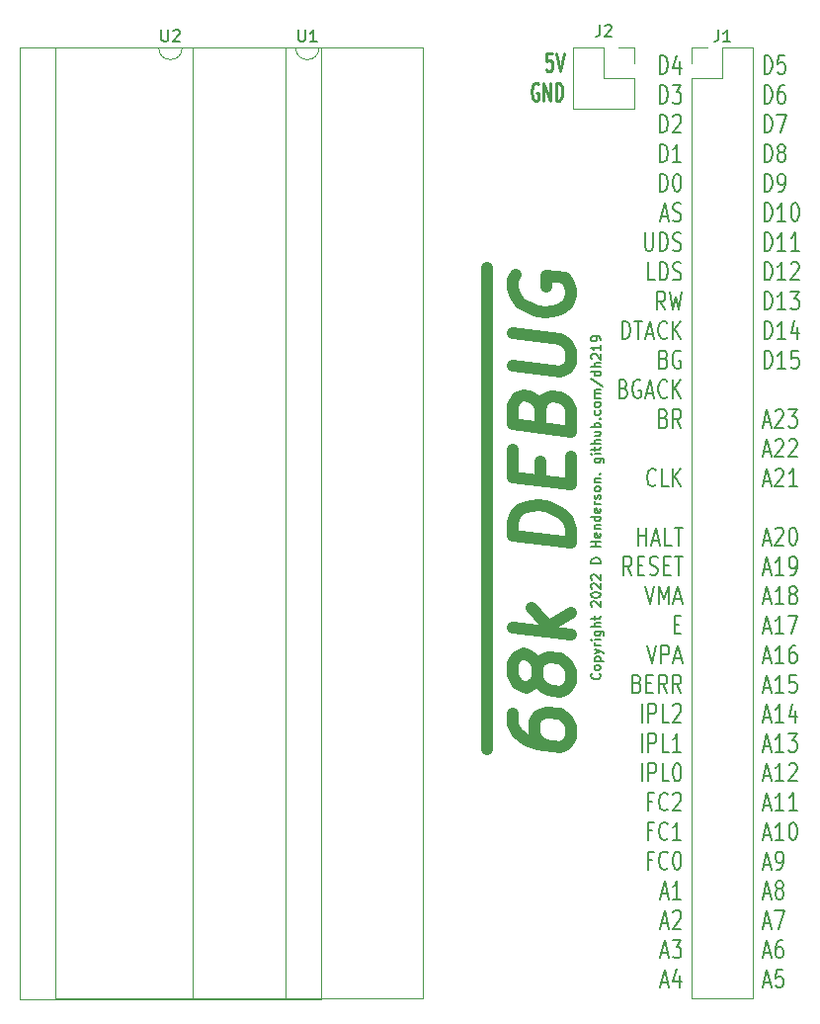
<source format=gbr>
%TF.GenerationSoftware,KiCad,Pcbnew,(5.1.10-1-10_14)*%
%TF.CreationDate,2022-07-08T21:32:07+01:00*%
%TF.ProjectId,68k_debug,36386b5f-6465-4627-9567-2e6b69636164,rev?*%
%TF.SameCoordinates,Original*%
%TF.FileFunction,Legend,Top*%
%TF.FilePolarity,Positive*%
%FSLAX46Y46*%
G04 Gerber Fmt 4.6, Leading zero omitted, Abs format (unit mm)*
G04 Created by KiCad (PCBNEW (5.1.10-1-10_14)) date 2022-07-08 21:32:07*
%MOMM*%
%LPD*%
G01*
G04 APERTURE LIST*
%ADD10C,0.150000*%
%ADD11C,1.000000*%
%ADD12C,0.200000*%
%ADD13C,0.250000*%
%ADD14C,0.120000*%
G04 APERTURE END LIST*
D10*
X127920714Y-111364523D02*
X127958809Y-111402619D01*
X127996904Y-111516904D01*
X127996904Y-111593095D01*
X127958809Y-111707380D01*
X127882619Y-111783571D01*
X127806428Y-111821666D01*
X127654047Y-111859761D01*
X127539761Y-111859761D01*
X127387380Y-111821666D01*
X127311190Y-111783571D01*
X127235000Y-111707380D01*
X127196904Y-111593095D01*
X127196904Y-111516904D01*
X127235000Y-111402619D01*
X127273095Y-111364523D01*
X127996904Y-110907380D02*
X127958809Y-110983571D01*
X127920714Y-111021666D01*
X127844523Y-111059761D01*
X127615952Y-111059761D01*
X127539761Y-111021666D01*
X127501666Y-110983571D01*
X127463571Y-110907380D01*
X127463571Y-110793095D01*
X127501666Y-110716904D01*
X127539761Y-110678809D01*
X127615952Y-110640714D01*
X127844523Y-110640714D01*
X127920714Y-110678809D01*
X127958809Y-110716904D01*
X127996904Y-110793095D01*
X127996904Y-110907380D01*
X127463571Y-110297857D02*
X128263571Y-110297857D01*
X127501666Y-110297857D02*
X127463571Y-110221666D01*
X127463571Y-110069285D01*
X127501666Y-109993095D01*
X127539761Y-109955000D01*
X127615952Y-109916904D01*
X127844523Y-109916904D01*
X127920714Y-109955000D01*
X127958809Y-109993095D01*
X127996904Y-110069285D01*
X127996904Y-110221666D01*
X127958809Y-110297857D01*
X127463571Y-109650238D02*
X127996904Y-109459761D01*
X127463571Y-109269285D02*
X127996904Y-109459761D01*
X128187380Y-109535952D01*
X128225476Y-109574047D01*
X128263571Y-109650238D01*
X127996904Y-108964523D02*
X127463571Y-108964523D01*
X127615952Y-108964523D02*
X127539761Y-108926428D01*
X127501666Y-108888333D01*
X127463571Y-108812142D01*
X127463571Y-108735952D01*
X127996904Y-108469285D02*
X127463571Y-108469285D01*
X127196904Y-108469285D02*
X127235000Y-108507380D01*
X127273095Y-108469285D01*
X127235000Y-108431190D01*
X127196904Y-108469285D01*
X127273095Y-108469285D01*
X127463571Y-107745476D02*
X128111190Y-107745476D01*
X128187380Y-107783571D01*
X128225476Y-107821666D01*
X128263571Y-107897857D01*
X128263571Y-108012142D01*
X128225476Y-108088333D01*
X127958809Y-107745476D02*
X127996904Y-107821666D01*
X127996904Y-107974047D01*
X127958809Y-108050238D01*
X127920714Y-108088333D01*
X127844523Y-108126428D01*
X127615952Y-108126428D01*
X127539761Y-108088333D01*
X127501666Y-108050238D01*
X127463571Y-107974047D01*
X127463571Y-107821666D01*
X127501666Y-107745476D01*
X127996904Y-107364523D02*
X127196904Y-107364523D01*
X127996904Y-107021666D02*
X127577857Y-107021666D01*
X127501666Y-107059761D01*
X127463571Y-107135952D01*
X127463571Y-107250238D01*
X127501666Y-107326428D01*
X127539761Y-107364523D01*
X127463571Y-106755000D02*
X127463571Y-106450238D01*
X127196904Y-106640714D02*
X127882619Y-106640714D01*
X127958809Y-106602619D01*
X127996904Y-106526428D01*
X127996904Y-106450238D01*
X127273095Y-105612142D02*
X127235000Y-105574047D01*
X127196904Y-105497857D01*
X127196904Y-105307380D01*
X127235000Y-105231190D01*
X127273095Y-105193095D01*
X127349285Y-105155000D01*
X127425476Y-105155000D01*
X127539761Y-105193095D01*
X127996904Y-105650238D01*
X127996904Y-105155000D01*
X127196904Y-104659761D02*
X127196904Y-104583571D01*
X127235000Y-104507380D01*
X127273095Y-104469285D01*
X127349285Y-104431190D01*
X127501666Y-104393095D01*
X127692142Y-104393095D01*
X127844523Y-104431190D01*
X127920714Y-104469285D01*
X127958809Y-104507380D01*
X127996904Y-104583571D01*
X127996904Y-104659761D01*
X127958809Y-104735952D01*
X127920714Y-104774047D01*
X127844523Y-104812142D01*
X127692142Y-104850238D01*
X127501666Y-104850238D01*
X127349285Y-104812142D01*
X127273095Y-104774047D01*
X127235000Y-104735952D01*
X127196904Y-104659761D01*
X127273095Y-104088333D02*
X127235000Y-104050238D01*
X127196904Y-103974047D01*
X127196904Y-103783571D01*
X127235000Y-103707380D01*
X127273095Y-103669285D01*
X127349285Y-103631190D01*
X127425476Y-103631190D01*
X127539761Y-103669285D01*
X127996904Y-104126428D01*
X127996904Y-103631190D01*
X127273095Y-103326428D02*
X127235000Y-103288333D01*
X127196904Y-103212142D01*
X127196904Y-103021666D01*
X127235000Y-102945476D01*
X127273095Y-102907380D01*
X127349285Y-102869285D01*
X127425476Y-102869285D01*
X127539761Y-102907380D01*
X127996904Y-103364523D01*
X127996904Y-102869285D01*
X127996904Y-101916904D02*
X127196904Y-101916904D01*
X127196904Y-101726428D01*
X127235000Y-101612142D01*
X127311190Y-101535952D01*
X127387380Y-101497857D01*
X127539761Y-101459761D01*
X127654047Y-101459761D01*
X127806428Y-101497857D01*
X127882619Y-101535952D01*
X127958809Y-101612142D01*
X127996904Y-101726428D01*
X127996904Y-101916904D01*
X127996904Y-100507380D02*
X127196904Y-100507380D01*
X127577857Y-100507380D02*
X127577857Y-100050238D01*
X127996904Y-100050238D02*
X127196904Y-100050238D01*
X127958809Y-99364523D02*
X127996904Y-99440714D01*
X127996904Y-99593095D01*
X127958809Y-99669285D01*
X127882619Y-99707380D01*
X127577857Y-99707380D01*
X127501666Y-99669285D01*
X127463571Y-99593095D01*
X127463571Y-99440714D01*
X127501666Y-99364523D01*
X127577857Y-99326428D01*
X127654047Y-99326428D01*
X127730238Y-99707380D01*
X127463571Y-98983571D02*
X127996904Y-98983571D01*
X127539761Y-98983571D02*
X127501666Y-98945476D01*
X127463571Y-98869285D01*
X127463571Y-98755000D01*
X127501666Y-98678809D01*
X127577857Y-98640714D01*
X127996904Y-98640714D01*
X127996904Y-97916904D02*
X127196904Y-97916904D01*
X127958809Y-97916904D02*
X127996904Y-97993095D01*
X127996904Y-98145476D01*
X127958809Y-98221666D01*
X127920714Y-98259761D01*
X127844523Y-98297857D01*
X127615952Y-98297857D01*
X127539761Y-98259761D01*
X127501666Y-98221666D01*
X127463571Y-98145476D01*
X127463571Y-97993095D01*
X127501666Y-97916904D01*
X127958809Y-97231190D02*
X127996904Y-97307380D01*
X127996904Y-97459761D01*
X127958809Y-97535952D01*
X127882619Y-97574047D01*
X127577857Y-97574047D01*
X127501666Y-97535952D01*
X127463571Y-97459761D01*
X127463571Y-97307380D01*
X127501666Y-97231190D01*
X127577857Y-97193095D01*
X127654047Y-97193095D01*
X127730238Y-97574047D01*
X127996904Y-96850238D02*
X127463571Y-96850238D01*
X127615952Y-96850238D02*
X127539761Y-96812142D01*
X127501666Y-96774047D01*
X127463571Y-96697857D01*
X127463571Y-96621666D01*
X127958809Y-96393095D02*
X127996904Y-96316904D01*
X127996904Y-96164523D01*
X127958809Y-96088333D01*
X127882619Y-96050238D01*
X127844523Y-96050238D01*
X127768333Y-96088333D01*
X127730238Y-96164523D01*
X127730238Y-96278809D01*
X127692142Y-96355000D01*
X127615952Y-96393095D01*
X127577857Y-96393095D01*
X127501666Y-96355000D01*
X127463571Y-96278809D01*
X127463571Y-96164523D01*
X127501666Y-96088333D01*
X127996904Y-95593095D02*
X127958809Y-95669285D01*
X127920714Y-95707380D01*
X127844523Y-95745476D01*
X127615952Y-95745476D01*
X127539761Y-95707380D01*
X127501666Y-95669285D01*
X127463571Y-95593095D01*
X127463571Y-95478809D01*
X127501666Y-95402619D01*
X127539761Y-95364523D01*
X127615952Y-95326428D01*
X127844523Y-95326428D01*
X127920714Y-95364523D01*
X127958809Y-95402619D01*
X127996904Y-95478809D01*
X127996904Y-95593095D01*
X127463571Y-94983571D02*
X127996904Y-94983571D01*
X127539761Y-94983571D02*
X127501666Y-94945476D01*
X127463571Y-94869285D01*
X127463571Y-94755000D01*
X127501666Y-94678809D01*
X127577857Y-94640714D01*
X127996904Y-94640714D01*
X127920714Y-94259761D02*
X127958809Y-94221666D01*
X127996904Y-94259761D01*
X127958809Y-94297857D01*
X127920714Y-94259761D01*
X127996904Y-94259761D01*
X127463571Y-92926428D02*
X128111190Y-92926428D01*
X128187380Y-92964523D01*
X128225476Y-93002619D01*
X128263571Y-93078809D01*
X128263571Y-93193095D01*
X128225476Y-93269285D01*
X127958809Y-92926428D02*
X127996904Y-93002619D01*
X127996904Y-93155000D01*
X127958809Y-93231190D01*
X127920714Y-93269285D01*
X127844523Y-93307380D01*
X127615952Y-93307380D01*
X127539761Y-93269285D01*
X127501666Y-93231190D01*
X127463571Y-93155000D01*
X127463571Y-93002619D01*
X127501666Y-92926428D01*
X127996904Y-92545476D02*
X127463571Y-92545476D01*
X127196904Y-92545476D02*
X127235000Y-92583571D01*
X127273095Y-92545476D01*
X127235000Y-92507380D01*
X127196904Y-92545476D01*
X127273095Y-92545476D01*
X127463571Y-92278809D02*
X127463571Y-91974047D01*
X127196904Y-92164523D02*
X127882619Y-92164523D01*
X127958809Y-92126428D01*
X127996904Y-92050238D01*
X127996904Y-91974047D01*
X127996904Y-91707380D02*
X127196904Y-91707380D01*
X127996904Y-91364523D02*
X127577857Y-91364523D01*
X127501666Y-91402619D01*
X127463571Y-91478809D01*
X127463571Y-91593095D01*
X127501666Y-91669285D01*
X127539761Y-91707380D01*
X127463571Y-90640714D02*
X127996904Y-90640714D01*
X127463571Y-90983571D02*
X127882619Y-90983571D01*
X127958809Y-90945476D01*
X127996904Y-90869285D01*
X127996904Y-90755000D01*
X127958809Y-90678809D01*
X127920714Y-90640714D01*
X127996904Y-90259761D02*
X127196904Y-90259761D01*
X127501666Y-90259761D02*
X127463571Y-90183571D01*
X127463571Y-90031190D01*
X127501666Y-89955000D01*
X127539761Y-89916904D01*
X127615952Y-89878809D01*
X127844523Y-89878809D01*
X127920714Y-89916904D01*
X127958809Y-89955000D01*
X127996904Y-90031190D01*
X127996904Y-90183571D01*
X127958809Y-90259761D01*
X127920714Y-89535952D02*
X127958809Y-89497857D01*
X127996904Y-89535952D01*
X127958809Y-89574047D01*
X127920714Y-89535952D01*
X127996904Y-89535952D01*
X127958809Y-88812142D02*
X127996904Y-88888333D01*
X127996904Y-89040714D01*
X127958809Y-89116904D01*
X127920714Y-89155000D01*
X127844523Y-89193095D01*
X127615952Y-89193095D01*
X127539761Y-89155000D01*
X127501666Y-89116904D01*
X127463571Y-89040714D01*
X127463571Y-88888333D01*
X127501666Y-88812142D01*
X127996904Y-88355000D02*
X127958809Y-88431190D01*
X127920714Y-88469285D01*
X127844523Y-88507380D01*
X127615952Y-88507380D01*
X127539761Y-88469285D01*
X127501666Y-88431190D01*
X127463571Y-88355000D01*
X127463571Y-88240714D01*
X127501666Y-88164523D01*
X127539761Y-88126428D01*
X127615952Y-88088333D01*
X127844523Y-88088333D01*
X127920714Y-88126428D01*
X127958809Y-88164523D01*
X127996904Y-88240714D01*
X127996904Y-88355000D01*
X127996904Y-87745476D02*
X127463571Y-87745476D01*
X127539761Y-87745476D02*
X127501666Y-87707380D01*
X127463571Y-87631190D01*
X127463571Y-87516904D01*
X127501666Y-87440714D01*
X127577857Y-87402619D01*
X127996904Y-87402619D01*
X127577857Y-87402619D02*
X127501666Y-87364523D01*
X127463571Y-87288333D01*
X127463571Y-87174047D01*
X127501666Y-87097857D01*
X127577857Y-87059761D01*
X127996904Y-87059761D01*
X127158809Y-86107380D02*
X128187380Y-86793095D01*
X127996904Y-85497857D02*
X127196904Y-85497857D01*
X127958809Y-85497857D02*
X127996904Y-85574047D01*
X127996904Y-85726428D01*
X127958809Y-85802619D01*
X127920714Y-85840714D01*
X127844523Y-85878809D01*
X127615952Y-85878809D01*
X127539761Y-85840714D01*
X127501666Y-85802619D01*
X127463571Y-85726428D01*
X127463571Y-85574047D01*
X127501666Y-85497857D01*
X127996904Y-85116904D02*
X127196904Y-85116904D01*
X127996904Y-84774047D02*
X127577857Y-84774047D01*
X127501666Y-84812142D01*
X127463571Y-84888333D01*
X127463571Y-85002619D01*
X127501666Y-85078809D01*
X127539761Y-85116904D01*
X127273095Y-84431190D02*
X127235000Y-84393095D01*
X127196904Y-84316904D01*
X127196904Y-84126428D01*
X127235000Y-84050238D01*
X127273095Y-84012142D01*
X127349285Y-83974047D01*
X127425476Y-83974047D01*
X127539761Y-84012142D01*
X127996904Y-84469285D01*
X127996904Y-83974047D01*
X127996904Y-83212142D02*
X127996904Y-83669285D01*
X127996904Y-83440714D02*
X127196904Y-83440714D01*
X127311190Y-83516904D01*
X127387380Y-83593095D01*
X127425476Y-83669285D01*
X127996904Y-82831190D02*
X127996904Y-82678809D01*
X127958809Y-82602619D01*
X127920714Y-82564523D01*
X127806428Y-82488333D01*
X127654047Y-82450238D01*
X127349285Y-82450238D01*
X127273095Y-82488333D01*
X127235000Y-82526428D01*
X127196904Y-82602619D01*
X127196904Y-82755000D01*
X127235000Y-82831190D01*
X127273095Y-82869285D01*
X127349285Y-82907380D01*
X127539761Y-82907380D01*
X127615952Y-82869285D01*
X127654047Y-82831190D01*
X127692142Y-82755000D01*
X127692142Y-82602619D01*
X127654047Y-82526428D01*
X127615952Y-82488333D01*
X127539761Y-82450238D01*
D11*
X118290000Y-117851428D02*
X118290000Y-114014523D01*
X120451904Y-114788333D02*
X120451904Y-115740714D01*
X120690000Y-116246666D01*
X120928095Y-116514523D01*
X121642380Y-117080000D01*
X122594761Y-117437142D01*
X124499523Y-117675238D01*
X124975714Y-117496666D01*
X125213809Y-117288333D01*
X125451904Y-116841904D01*
X125451904Y-115889523D01*
X125213809Y-115383571D01*
X124975714Y-115115714D01*
X124499523Y-114818095D01*
X123309047Y-114669285D01*
X122832857Y-114847857D01*
X122594761Y-115056190D01*
X122356666Y-115502619D01*
X122356666Y-116455000D01*
X122594761Y-116960952D01*
X122832857Y-117228809D01*
X123309047Y-117526428D01*
X118290000Y-114014523D02*
X118290000Y-109252619D01*
X122594761Y-111722857D02*
X122356666Y-112169285D01*
X122118571Y-112377619D01*
X121642380Y-112556190D01*
X121404285Y-112526428D01*
X120928095Y-112228809D01*
X120690000Y-111960952D01*
X120451904Y-111455000D01*
X120451904Y-110502619D01*
X120690000Y-110056190D01*
X120928095Y-109847857D01*
X121404285Y-109669285D01*
X121642380Y-109699047D01*
X122118571Y-109996666D01*
X122356666Y-110264523D01*
X122594761Y-110770476D01*
X122594761Y-111722857D01*
X122832857Y-112228809D01*
X123070952Y-112496666D01*
X123547142Y-112794285D01*
X124499523Y-112913333D01*
X124975714Y-112734761D01*
X125213809Y-112526428D01*
X125451904Y-112080000D01*
X125451904Y-111127619D01*
X125213809Y-110621666D01*
X124975714Y-110353809D01*
X124499523Y-110056190D01*
X123547142Y-109937142D01*
X123070952Y-110115714D01*
X122832857Y-110324047D01*
X122594761Y-110770476D01*
X118290000Y-109252619D02*
X118290000Y-105205000D01*
X125451904Y-108032380D02*
X120451904Y-107407380D01*
X123547142Y-107318095D02*
X125451904Y-106127619D01*
X122118571Y-105710952D02*
X124023333Y-107853809D01*
X118290000Y-105205000D02*
X118290000Y-101395476D01*
X118290000Y-101395476D02*
X118290000Y-96395476D01*
X125451904Y-100175238D02*
X120451904Y-99550238D01*
X120451904Y-98359761D01*
X120690000Y-97675238D01*
X121166190Y-97258571D01*
X121642380Y-97080000D01*
X122594761Y-96960952D01*
X123309047Y-97050238D01*
X124261428Y-97407380D01*
X124737619Y-97705000D01*
X125213809Y-98240714D01*
X125451904Y-98984761D01*
X125451904Y-100175238D01*
X118290000Y-96395476D02*
X118290000Y-91871666D01*
X122832857Y-94847857D02*
X122832857Y-93181190D01*
X125451904Y-92794285D02*
X125451904Y-95175238D01*
X120451904Y-94550238D01*
X120451904Y-92169285D01*
X118290000Y-91871666D02*
X118290000Y-86871666D01*
X122832857Y-88657380D02*
X123070952Y-87972857D01*
X123309047Y-87764523D01*
X123785238Y-87585952D01*
X124499523Y-87675238D01*
X124975714Y-87972857D01*
X125213809Y-88240714D01*
X125451904Y-88746666D01*
X125451904Y-90651428D01*
X120451904Y-90026428D01*
X120451904Y-88359761D01*
X120690000Y-87913333D01*
X120928095Y-87705000D01*
X121404285Y-87526428D01*
X121880476Y-87585952D01*
X122356666Y-87883571D01*
X122594761Y-88151428D01*
X122832857Y-88657380D01*
X122832857Y-90324047D01*
X118290000Y-86871666D02*
X118290000Y-81633571D01*
X120451904Y-85026428D02*
X124499523Y-85532380D01*
X124975714Y-85353809D01*
X125213809Y-85145476D01*
X125451904Y-84699047D01*
X125451904Y-83746666D01*
X125213809Y-83240714D01*
X124975714Y-82972857D01*
X124499523Y-82675238D01*
X120451904Y-82169285D01*
X118290000Y-81633571D02*
X118290000Y-76633571D01*
X120690000Y-77199047D02*
X120451904Y-77645476D01*
X120451904Y-78359761D01*
X120690000Y-79103809D01*
X121166190Y-79639523D01*
X121642380Y-79937142D01*
X122594761Y-80294285D01*
X123309047Y-80383571D01*
X124261428Y-80264523D01*
X124737619Y-80085952D01*
X125213809Y-79669285D01*
X125451904Y-78984761D01*
X125451904Y-78508571D01*
X125213809Y-77764523D01*
X124975714Y-77496666D01*
X123309047Y-77288333D01*
X123309047Y-78240714D01*
D12*
X142020714Y-59988690D02*
X142020714Y-58438690D01*
X142306428Y-58438690D01*
X142477857Y-58512500D01*
X142592142Y-58660119D01*
X142649285Y-58807738D01*
X142706428Y-59102976D01*
X142706428Y-59324404D01*
X142649285Y-59619642D01*
X142592142Y-59767261D01*
X142477857Y-59914880D01*
X142306428Y-59988690D01*
X142020714Y-59988690D01*
X143792142Y-58438690D02*
X143220714Y-58438690D01*
X143163571Y-59176785D01*
X143220714Y-59102976D01*
X143335000Y-59029166D01*
X143620714Y-59029166D01*
X143735000Y-59102976D01*
X143792142Y-59176785D01*
X143849285Y-59324404D01*
X143849285Y-59693452D01*
X143792142Y-59841071D01*
X143735000Y-59914880D01*
X143620714Y-59988690D01*
X143335000Y-59988690D01*
X143220714Y-59914880D01*
X143163571Y-59841071D01*
X142020714Y-62513690D02*
X142020714Y-60963690D01*
X142306428Y-60963690D01*
X142477857Y-61037500D01*
X142592142Y-61185119D01*
X142649285Y-61332738D01*
X142706428Y-61627976D01*
X142706428Y-61849404D01*
X142649285Y-62144642D01*
X142592142Y-62292261D01*
X142477857Y-62439880D01*
X142306428Y-62513690D01*
X142020714Y-62513690D01*
X143735000Y-60963690D02*
X143506428Y-60963690D01*
X143392142Y-61037500D01*
X143335000Y-61111309D01*
X143220714Y-61332738D01*
X143163571Y-61627976D01*
X143163571Y-62218452D01*
X143220714Y-62366071D01*
X143277857Y-62439880D01*
X143392142Y-62513690D01*
X143620714Y-62513690D01*
X143735000Y-62439880D01*
X143792142Y-62366071D01*
X143849285Y-62218452D01*
X143849285Y-61849404D01*
X143792142Y-61701785D01*
X143735000Y-61627976D01*
X143620714Y-61554166D01*
X143392142Y-61554166D01*
X143277857Y-61627976D01*
X143220714Y-61701785D01*
X143163571Y-61849404D01*
X142020714Y-65038690D02*
X142020714Y-63488690D01*
X142306428Y-63488690D01*
X142477857Y-63562500D01*
X142592142Y-63710119D01*
X142649285Y-63857738D01*
X142706428Y-64152976D01*
X142706428Y-64374404D01*
X142649285Y-64669642D01*
X142592142Y-64817261D01*
X142477857Y-64964880D01*
X142306428Y-65038690D01*
X142020714Y-65038690D01*
X143106428Y-63488690D02*
X143906428Y-63488690D01*
X143392142Y-65038690D01*
X142020714Y-67563690D02*
X142020714Y-66013690D01*
X142306428Y-66013690D01*
X142477857Y-66087500D01*
X142592142Y-66235119D01*
X142649285Y-66382738D01*
X142706428Y-66677976D01*
X142706428Y-66899404D01*
X142649285Y-67194642D01*
X142592142Y-67342261D01*
X142477857Y-67489880D01*
X142306428Y-67563690D01*
X142020714Y-67563690D01*
X143392142Y-66677976D02*
X143277857Y-66604166D01*
X143220714Y-66530357D01*
X143163571Y-66382738D01*
X143163571Y-66308928D01*
X143220714Y-66161309D01*
X143277857Y-66087500D01*
X143392142Y-66013690D01*
X143620714Y-66013690D01*
X143735000Y-66087500D01*
X143792142Y-66161309D01*
X143849285Y-66308928D01*
X143849285Y-66382738D01*
X143792142Y-66530357D01*
X143735000Y-66604166D01*
X143620714Y-66677976D01*
X143392142Y-66677976D01*
X143277857Y-66751785D01*
X143220714Y-66825595D01*
X143163571Y-66973214D01*
X143163571Y-67268452D01*
X143220714Y-67416071D01*
X143277857Y-67489880D01*
X143392142Y-67563690D01*
X143620714Y-67563690D01*
X143735000Y-67489880D01*
X143792142Y-67416071D01*
X143849285Y-67268452D01*
X143849285Y-66973214D01*
X143792142Y-66825595D01*
X143735000Y-66751785D01*
X143620714Y-66677976D01*
X142020714Y-70088690D02*
X142020714Y-68538690D01*
X142306428Y-68538690D01*
X142477857Y-68612500D01*
X142592142Y-68760119D01*
X142649285Y-68907738D01*
X142706428Y-69202976D01*
X142706428Y-69424404D01*
X142649285Y-69719642D01*
X142592142Y-69867261D01*
X142477857Y-70014880D01*
X142306428Y-70088690D01*
X142020714Y-70088690D01*
X143277857Y-70088690D02*
X143506428Y-70088690D01*
X143620714Y-70014880D01*
X143677857Y-69941071D01*
X143792142Y-69719642D01*
X143849285Y-69424404D01*
X143849285Y-68833928D01*
X143792142Y-68686309D01*
X143735000Y-68612500D01*
X143620714Y-68538690D01*
X143392142Y-68538690D01*
X143277857Y-68612500D01*
X143220714Y-68686309D01*
X143163571Y-68833928D01*
X143163571Y-69202976D01*
X143220714Y-69350595D01*
X143277857Y-69424404D01*
X143392142Y-69498214D01*
X143620714Y-69498214D01*
X143735000Y-69424404D01*
X143792142Y-69350595D01*
X143849285Y-69202976D01*
X142020714Y-72613690D02*
X142020714Y-71063690D01*
X142306428Y-71063690D01*
X142477857Y-71137500D01*
X142592142Y-71285119D01*
X142649285Y-71432738D01*
X142706428Y-71727976D01*
X142706428Y-71949404D01*
X142649285Y-72244642D01*
X142592142Y-72392261D01*
X142477857Y-72539880D01*
X142306428Y-72613690D01*
X142020714Y-72613690D01*
X143849285Y-72613690D02*
X143163571Y-72613690D01*
X143506428Y-72613690D02*
X143506428Y-71063690D01*
X143392142Y-71285119D01*
X143277857Y-71432738D01*
X143163571Y-71506547D01*
X144592142Y-71063690D02*
X144706428Y-71063690D01*
X144820714Y-71137500D01*
X144877857Y-71211309D01*
X144935000Y-71358928D01*
X144992142Y-71654166D01*
X144992142Y-72023214D01*
X144935000Y-72318452D01*
X144877857Y-72466071D01*
X144820714Y-72539880D01*
X144706428Y-72613690D01*
X144592142Y-72613690D01*
X144477857Y-72539880D01*
X144420714Y-72466071D01*
X144363571Y-72318452D01*
X144306428Y-72023214D01*
X144306428Y-71654166D01*
X144363571Y-71358928D01*
X144420714Y-71211309D01*
X144477857Y-71137500D01*
X144592142Y-71063690D01*
X142020714Y-75138690D02*
X142020714Y-73588690D01*
X142306428Y-73588690D01*
X142477857Y-73662500D01*
X142592142Y-73810119D01*
X142649285Y-73957738D01*
X142706428Y-74252976D01*
X142706428Y-74474404D01*
X142649285Y-74769642D01*
X142592142Y-74917261D01*
X142477857Y-75064880D01*
X142306428Y-75138690D01*
X142020714Y-75138690D01*
X143849285Y-75138690D02*
X143163571Y-75138690D01*
X143506428Y-75138690D02*
X143506428Y-73588690D01*
X143392142Y-73810119D01*
X143277857Y-73957738D01*
X143163571Y-74031547D01*
X144992142Y-75138690D02*
X144306428Y-75138690D01*
X144649285Y-75138690D02*
X144649285Y-73588690D01*
X144535000Y-73810119D01*
X144420714Y-73957738D01*
X144306428Y-74031547D01*
X142020714Y-77663690D02*
X142020714Y-76113690D01*
X142306428Y-76113690D01*
X142477857Y-76187500D01*
X142592142Y-76335119D01*
X142649285Y-76482738D01*
X142706428Y-76777976D01*
X142706428Y-76999404D01*
X142649285Y-77294642D01*
X142592142Y-77442261D01*
X142477857Y-77589880D01*
X142306428Y-77663690D01*
X142020714Y-77663690D01*
X143849285Y-77663690D02*
X143163571Y-77663690D01*
X143506428Y-77663690D02*
X143506428Y-76113690D01*
X143392142Y-76335119D01*
X143277857Y-76482738D01*
X143163571Y-76556547D01*
X144306428Y-76261309D02*
X144363571Y-76187500D01*
X144477857Y-76113690D01*
X144763571Y-76113690D01*
X144877857Y-76187500D01*
X144935000Y-76261309D01*
X144992142Y-76408928D01*
X144992142Y-76556547D01*
X144935000Y-76777976D01*
X144249285Y-77663690D01*
X144992142Y-77663690D01*
X142020714Y-80188690D02*
X142020714Y-78638690D01*
X142306428Y-78638690D01*
X142477857Y-78712500D01*
X142592142Y-78860119D01*
X142649285Y-79007738D01*
X142706428Y-79302976D01*
X142706428Y-79524404D01*
X142649285Y-79819642D01*
X142592142Y-79967261D01*
X142477857Y-80114880D01*
X142306428Y-80188690D01*
X142020714Y-80188690D01*
X143849285Y-80188690D02*
X143163571Y-80188690D01*
X143506428Y-80188690D02*
X143506428Y-78638690D01*
X143392142Y-78860119D01*
X143277857Y-79007738D01*
X143163571Y-79081547D01*
X144249285Y-78638690D02*
X144992142Y-78638690D01*
X144592142Y-79229166D01*
X144763571Y-79229166D01*
X144877857Y-79302976D01*
X144935000Y-79376785D01*
X144992142Y-79524404D01*
X144992142Y-79893452D01*
X144935000Y-80041071D01*
X144877857Y-80114880D01*
X144763571Y-80188690D01*
X144420714Y-80188690D01*
X144306428Y-80114880D01*
X144249285Y-80041071D01*
X142020714Y-82713690D02*
X142020714Y-81163690D01*
X142306428Y-81163690D01*
X142477857Y-81237500D01*
X142592142Y-81385119D01*
X142649285Y-81532738D01*
X142706428Y-81827976D01*
X142706428Y-82049404D01*
X142649285Y-82344642D01*
X142592142Y-82492261D01*
X142477857Y-82639880D01*
X142306428Y-82713690D01*
X142020714Y-82713690D01*
X143849285Y-82713690D02*
X143163571Y-82713690D01*
X143506428Y-82713690D02*
X143506428Y-81163690D01*
X143392142Y-81385119D01*
X143277857Y-81532738D01*
X143163571Y-81606547D01*
X144877857Y-81680357D02*
X144877857Y-82713690D01*
X144592142Y-81089880D02*
X144306428Y-82197023D01*
X145049285Y-82197023D01*
X142020714Y-85238690D02*
X142020714Y-83688690D01*
X142306428Y-83688690D01*
X142477857Y-83762500D01*
X142592142Y-83910119D01*
X142649285Y-84057738D01*
X142706428Y-84352976D01*
X142706428Y-84574404D01*
X142649285Y-84869642D01*
X142592142Y-85017261D01*
X142477857Y-85164880D01*
X142306428Y-85238690D01*
X142020714Y-85238690D01*
X143849285Y-85238690D02*
X143163571Y-85238690D01*
X143506428Y-85238690D02*
X143506428Y-83688690D01*
X143392142Y-83910119D01*
X143277857Y-84057738D01*
X143163571Y-84131547D01*
X144935000Y-83688690D02*
X144363571Y-83688690D01*
X144306428Y-84426785D01*
X144363571Y-84352976D01*
X144477857Y-84279166D01*
X144763571Y-84279166D01*
X144877857Y-84352976D01*
X144935000Y-84426785D01*
X144992142Y-84574404D01*
X144992142Y-84943452D01*
X144935000Y-85091071D01*
X144877857Y-85164880D01*
X144763571Y-85238690D01*
X144477857Y-85238690D01*
X144363571Y-85164880D01*
X144306428Y-85091071D01*
X141963571Y-89845833D02*
X142535000Y-89845833D01*
X141849285Y-90288690D02*
X142249285Y-88738690D01*
X142649285Y-90288690D01*
X142992142Y-88886309D02*
X143049285Y-88812500D01*
X143163571Y-88738690D01*
X143449285Y-88738690D01*
X143563571Y-88812500D01*
X143620714Y-88886309D01*
X143677857Y-89033928D01*
X143677857Y-89181547D01*
X143620714Y-89402976D01*
X142935000Y-90288690D01*
X143677857Y-90288690D01*
X144077857Y-88738690D02*
X144820714Y-88738690D01*
X144420714Y-89329166D01*
X144592142Y-89329166D01*
X144706428Y-89402976D01*
X144763571Y-89476785D01*
X144820714Y-89624404D01*
X144820714Y-89993452D01*
X144763571Y-90141071D01*
X144706428Y-90214880D01*
X144592142Y-90288690D01*
X144249285Y-90288690D01*
X144135000Y-90214880D01*
X144077857Y-90141071D01*
X141963571Y-92370833D02*
X142535000Y-92370833D01*
X141849285Y-92813690D02*
X142249285Y-91263690D01*
X142649285Y-92813690D01*
X142992142Y-91411309D02*
X143049285Y-91337500D01*
X143163571Y-91263690D01*
X143449285Y-91263690D01*
X143563571Y-91337500D01*
X143620714Y-91411309D01*
X143677857Y-91558928D01*
X143677857Y-91706547D01*
X143620714Y-91927976D01*
X142935000Y-92813690D01*
X143677857Y-92813690D01*
X144135000Y-91411309D02*
X144192142Y-91337500D01*
X144306428Y-91263690D01*
X144592142Y-91263690D01*
X144706428Y-91337500D01*
X144763571Y-91411309D01*
X144820714Y-91558928D01*
X144820714Y-91706547D01*
X144763571Y-91927976D01*
X144077857Y-92813690D01*
X144820714Y-92813690D01*
X141963571Y-94895833D02*
X142535000Y-94895833D01*
X141849285Y-95338690D02*
X142249285Y-93788690D01*
X142649285Y-95338690D01*
X142992142Y-93936309D02*
X143049285Y-93862500D01*
X143163571Y-93788690D01*
X143449285Y-93788690D01*
X143563571Y-93862500D01*
X143620714Y-93936309D01*
X143677857Y-94083928D01*
X143677857Y-94231547D01*
X143620714Y-94452976D01*
X142935000Y-95338690D01*
X143677857Y-95338690D01*
X144820714Y-95338690D02*
X144135000Y-95338690D01*
X144477857Y-95338690D02*
X144477857Y-93788690D01*
X144363571Y-94010119D01*
X144249285Y-94157738D01*
X144135000Y-94231547D01*
X141963571Y-99945833D02*
X142535000Y-99945833D01*
X141849285Y-100388690D02*
X142249285Y-98838690D01*
X142649285Y-100388690D01*
X142992142Y-98986309D02*
X143049285Y-98912500D01*
X143163571Y-98838690D01*
X143449285Y-98838690D01*
X143563571Y-98912500D01*
X143620714Y-98986309D01*
X143677857Y-99133928D01*
X143677857Y-99281547D01*
X143620714Y-99502976D01*
X142935000Y-100388690D01*
X143677857Y-100388690D01*
X144420714Y-98838690D02*
X144535000Y-98838690D01*
X144649285Y-98912500D01*
X144706428Y-98986309D01*
X144763571Y-99133928D01*
X144820714Y-99429166D01*
X144820714Y-99798214D01*
X144763571Y-100093452D01*
X144706428Y-100241071D01*
X144649285Y-100314880D01*
X144535000Y-100388690D01*
X144420714Y-100388690D01*
X144306428Y-100314880D01*
X144249285Y-100241071D01*
X144192142Y-100093452D01*
X144135000Y-99798214D01*
X144135000Y-99429166D01*
X144192142Y-99133928D01*
X144249285Y-98986309D01*
X144306428Y-98912500D01*
X144420714Y-98838690D01*
X141963571Y-102470833D02*
X142535000Y-102470833D01*
X141849285Y-102913690D02*
X142249285Y-101363690D01*
X142649285Y-102913690D01*
X143677857Y-102913690D02*
X142992142Y-102913690D01*
X143335000Y-102913690D02*
X143335000Y-101363690D01*
X143220714Y-101585119D01*
X143106428Y-101732738D01*
X142992142Y-101806547D01*
X144249285Y-102913690D02*
X144477857Y-102913690D01*
X144592142Y-102839880D01*
X144649285Y-102766071D01*
X144763571Y-102544642D01*
X144820714Y-102249404D01*
X144820714Y-101658928D01*
X144763571Y-101511309D01*
X144706428Y-101437500D01*
X144592142Y-101363690D01*
X144363571Y-101363690D01*
X144249285Y-101437500D01*
X144192142Y-101511309D01*
X144135000Y-101658928D01*
X144135000Y-102027976D01*
X144192142Y-102175595D01*
X144249285Y-102249404D01*
X144363571Y-102323214D01*
X144592142Y-102323214D01*
X144706428Y-102249404D01*
X144763571Y-102175595D01*
X144820714Y-102027976D01*
X141963571Y-104995833D02*
X142535000Y-104995833D01*
X141849285Y-105438690D02*
X142249285Y-103888690D01*
X142649285Y-105438690D01*
X143677857Y-105438690D02*
X142992142Y-105438690D01*
X143335000Y-105438690D02*
X143335000Y-103888690D01*
X143220714Y-104110119D01*
X143106428Y-104257738D01*
X142992142Y-104331547D01*
X144363571Y-104552976D02*
X144249285Y-104479166D01*
X144192142Y-104405357D01*
X144135000Y-104257738D01*
X144135000Y-104183928D01*
X144192142Y-104036309D01*
X144249285Y-103962500D01*
X144363571Y-103888690D01*
X144592142Y-103888690D01*
X144706428Y-103962500D01*
X144763571Y-104036309D01*
X144820714Y-104183928D01*
X144820714Y-104257738D01*
X144763571Y-104405357D01*
X144706428Y-104479166D01*
X144592142Y-104552976D01*
X144363571Y-104552976D01*
X144249285Y-104626785D01*
X144192142Y-104700595D01*
X144135000Y-104848214D01*
X144135000Y-105143452D01*
X144192142Y-105291071D01*
X144249285Y-105364880D01*
X144363571Y-105438690D01*
X144592142Y-105438690D01*
X144706428Y-105364880D01*
X144763571Y-105291071D01*
X144820714Y-105143452D01*
X144820714Y-104848214D01*
X144763571Y-104700595D01*
X144706428Y-104626785D01*
X144592142Y-104552976D01*
X141963571Y-107520833D02*
X142535000Y-107520833D01*
X141849285Y-107963690D02*
X142249285Y-106413690D01*
X142649285Y-107963690D01*
X143677857Y-107963690D02*
X142992142Y-107963690D01*
X143335000Y-107963690D02*
X143335000Y-106413690D01*
X143220714Y-106635119D01*
X143106428Y-106782738D01*
X142992142Y-106856547D01*
X144077857Y-106413690D02*
X144877857Y-106413690D01*
X144363571Y-107963690D01*
X141963571Y-110045833D02*
X142535000Y-110045833D01*
X141849285Y-110488690D02*
X142249285Y-108938690D01*
X142649285Y-110488690D01*
X143677857Y-110488690D02*
X142992142Y-110488690D01*
X143335000Y-110488690D02*
X143335000Y-108938690D01*
X143220714Y-109160119D01*
X143106428Y-109307738D01*
X142992142Y-109381547D01*
X144706428Y-108938690D02*
X144477857Y-108938690D01*
X144363571Y-109012500D01*
X144306428Y-109086309D01*
X144192142Y-109307738D01*
X144135000Y-109602976D01*
X144135000Y-110193452D01*
X144192142Y-110341071D01*
X144249285Y-110414880D01*
X144363571Y-110488690D01*
X144592142Y-110488690D01*
X144706428Y-110414880D01*
X144763571Y-110341071D01*
X144820714Y-110193452D01*
X144820714Y-109824404D01*
X144763571Y-109676785D01*
X144706428Y-109602976D01*
X144592142Y-109529166D01*
X144363571Y-109529166D01*
X144249285Y-109602976D01*
X144192142Y-109676785D01*
X144135000Y-109824404D01*
X141963571Y-112570833D02*
X142535000Y-112570833D01*
X141849285Y-113013690D02*
X142249285Y-111463690D01*
X142649285Y-113013690D01*
X143677857Y-113013690D02*
X142992142Y-113013690D01*
X143335000Y-113013690D02*
X143335000Y-111463690D01*
X143220714Y-111685119D01*
X143106428Y-111832738D01*
X142992142Y-111906547D01*
X144763571Y-111463690D02*
X144192142Y-111463690D01*
X144135000Y-112201785D01*
X144192142Y-112127976D01*
X144306428Y-112054166D01*
X144592142Y-112054166D01*
X144706428Y-112127976D01*
X144763571Y-112201785D01*
X144820714Y-112349404D01*
X144820714Y-112718452D01*
X144763571Y-112866071D01*
X144706428Y-112939880D01*
X144592142Y-113013690D01*
X144306428Y-113013690D01*
X144192142Y-112939880D01*
X144135000Y-112866071D01*
X141963571Y-115095833D02*
X142535000Y-115095833D01*
X141849285Y-115538690D02*
X142249285Y-113988690D01*
X142649285Y-115538690D01*
X143677857Y-115538690D02*
X142992142Y-115538690D01*
X143335000Y-115538690D02*
X143335000Y-113988690D01*
X143220714Y-114210119D01*
X143106428Y-114357738D01*
X142992142Y-114431547D01*
X144706428Y-114505357D02*
X144706428Y-115538690D01*
X144420714Y-113914880D02*
X144135000Y-115022023D01*
X144877857Y-115022023D01*
X141963571Y-117620833D02*
X142535000Y-117620833D01*
X141849285Y-118063690D02*
X142249285Y-116513690D01*
X142649285Y-118063690D01*
X143677857Y-118063690D02*
X142992142Y-118063690D01*
X143335000Y-118063690D02*
X143335000Y-116513690D01*
X143220714Y-116735119D01*
X143106428Y-116882738D01*
X142992142Y-116956547D01*
X144077857Y-116513690D02*
X144820714Y-116513690D01*
X144420714Y-117104166D01*
X144592142Y-117104166D01*
X144706428Y-117177976D01*
X144763571Y-117251785D01*
X144820714Y-117399404D01*
X144820714Y-117768452D01*
X144763571Y-117916071D01*
X144706428Y-117989880D01*
X144592142Y-118063690D01*
X144249285Y-118063690D01*
X144135000Y-117989880D01*
X144077857Y-117916071D01*
X141963571Y-120145833D02*
X142535000Y-120145833D01*
X141849285Y-120588690D02*
X142249285Y-119038690D01*
X142649285Y-120588690D01*
X143677857Y-120588690D02*
X142992142Y-120588690D01*
X143335000Y-120588690D02*
X143335000Y-119038690D01*
X143220714Y-119260119D01*
X143106428Y-119407738D01*
X142992142Y-119481547D01*
X144135000Y-119186309D02*
X144192142Y-119112500D01*
X144306428Y-119038690D01*
X144592142Y-119038690D01*
X144706428Y-119112500D01*
X144763571Y-119186309D01*
X144820714Y-119333928D01*
X144820714Y-119481547D01*
X144763571Y-119702976D01*
X144077857Y-120588690D01*
X144820714Y-120588690D01*
X141963571Y-122670833D02*
X142535000Y-122670833D01*
X141849285Y-123113690D02*
X142249285Y-121563690D01*
X142649285Y-123113690D01*
X143677857Y-123113690D02*
X142992142Y-123113690D01*
X143335000Y-123113690D02*
X143335000Y-121563690D01*
X143220714Y-121785119D01*
X143106428Y-121932738D01*
X142992142Y-122006547D01*
X144820714Y-123113690D02*
X144135000Y-123113690D01*
X144477857Y-123113690D02*
X144477857Y-121563690D01*
X144363571Y-121785119D01*
X144249285Y-121932738D01*
X144135000Y-122006547D01*
X141963571Y-125195833D02*
X142535000Y-125195833D01*
X141849285Y-125638690D02*
X142249285Y-124088690D01*
X142649285Y-125638690D01*
X143677857Y-125638690D02*
X142992142Y-125638690D01*
X143335000Y-125638690D02*
X143335000Y-124088690D01*
X143220714Y-124310119D01*
X143106428Y-124457738D01*
X142992142Y-124531547D01*
X144420714Y-124088690D02*
X144535000Y-124088690D01*
X144649285Y-124162500D01*
X144706428Y-124236309D01*
X144763571Y-124383928D01*
X144820714Y-124679166D01*
X144820714Y-125048214D01*
X144763571Y-125343452D01*
X144706428Y-125491071D01*
X144649285Y-125564880D01*
X144535000Y-125638690D01*
X144420714Y-125638690D01*
X144306428Y-125564880D01*
X144249285Y-125491071D01*
X144192142Y-125343452D01*
X144135000Y-125048214D01*
X144135000Y-124679166D01*
X144192142Y-124383928D01*
X144249285Y-124236309D01*
X144306428Y-124162500D01*
X144420714Y-124088690D01*
X141963571Y-127720833D02*
X142535000Y-127720833D01*
X141849285Y-128163690D02*
X142249285Y-126613690D01*
X142649285Y-128163690D01*
X143106428Y-128163690D02*
X143335000Y-128163690D01*
X143449285Y-128089880D01*
X143506428Y-128016071D01*
X143620714Y-127794642D01*
X143677857Y-127499404D01*
X143677857Y-126908928D01*
X143620714Y-126761309D01*
X143563571Y-126687500D01*
X143449285Y-126613690D01*
X143220714Y-126613690D01*
X143106428Y-126687500D01*
X143049285Y-126761309D01*
X142992142Y-126908928D01*
X142992142Y-127277976D01*
X143049285Y-127425595D01*
X143106428Y-127499404D01*
X143220714Y-127573214D01*
X143449285Y-127573214D01*
X143563571Y-127499404D01*
X143620714Y-127425595D01*
X143677857Y-127277976D01*
X141963571Y-130245833D02*
X142535000Y-130245833D01*
X141849285Y-130688690D02*
X142249285Y-129138690D01*
X142649285Y-130688690D01*
X143220714Y-129802976D02*
X143106428Y-129729166D01*
X143049285Y-129655357D01*
X142992142Y-129507738D01*
X142992142Y-129433928D01*
X143049285Y-129286309D01*
X143106428Y-129212500D01*
X143220714Y-129138690D01*
X143449285Y-129138690D01*
X143563571Y-129212500D01*
X143620714Y-129286309D01*
X143677857Y-129433928D01*
X143677857Y-129507738D01*
X143620714Y-129655357D01*
X143563571Y-129729166D01*
X143449285Y-129802976D01*
X143220714Y-129802976D01*
X143106428Y-129876785D01*
X143049285Y-129950595D01*
X142992142Y-130098214D01*
X142992142Y-130393452D01*
X143049285Y-130541071D01*
X143106428Y-130614880D01*
X143220714Y-130688690D01*
X143449285Y-130688690D01*
X143563571Y-130614880D01*
X143620714Y-130541071D01*
X143677857Y-130393452D01*
X143677857Y-130098214D01*
X143620714Y-129950595D01*
X143563571Y-129876785D01*
X143449285Y-129802976D01*
X141963571Y-132770833D02*
X142535000Y-132770833D01*
X141849285Y-133213690D02*
X142249285Y-131663690D01*
X142649285Y-133213690D01*
X142935000Y-131663690D02*
X143735000Y-131663690D01*
X143220714Y-133213690D01*
X141963571Y-135295833D02*
X142535000Y-135295833D01*
X141849285Y-135738690D02*
X142249285Y-134188690D01*
X142649285Y-135738690D01*
X143563571Y-134188690D02*
X143335000Y-134188690D01*
X143220714Y-134262500D01*
X143163571Y-134336309D01*
X143049285Y-134557738D01*
X142992142Y-134852976D01*
X142992142Y-135443452D01*
X143049285Y-135591071D01*
X143106428Y-135664880D01*
X143220714Y-135738690D01*
X143449285Y-135738690D01*
X143563571Y-135664880D01*
X143620714Y-135591071D01*
X143677857Y-135443452D01*
X143677857Y-135074404D01*
X143620714Y-134926785D01*
X143563571Y-134852976D01*
X143449285Y-134779166D01*
X143220714Y-134779166D01*
X143106428Y-134852976D01*
X143049285Y-134926785D01*
X142992142Y-135074404D01*
X141963571Y-137820833D02*
X142535000Y-137820833D01*
X141849285Y-138263690D02*
X142249285Y-136713690D01*
X142649285Y-138263690D01*
X143620714Y-136713690D02*
X143049285Y-136713690D01*
X142992142Y-137451785D01*
X143049285Y-137377976D01*
X143163571Y-137304166D01*
X143449285Y-137304166D01*
X143563571Y-137377976D01*
X143620714Y-137451785D01*
X143677857Y-137599404D01*
X143677857Y-137968452D01*
X143620714Y-138116071D01*
X143563571Y-138189880D01*
X143449285Y-138263690D01*
X143163571Y-138263690D01*
X143049285Y-138189880D01*
X142992142Y-138116071D01*
X133067857Y-59988690D02*
X133067857Y-58438690D01*
X133353571Y-58438690D01*
X133525000Y-58512500D01*
X133639285Y-58660119D01*
X133696428Y-58807738D01*
X133753571Y-59102976D01*
X133753571Y-59324404D01*
X133696428Y-59619642D01*
X133639285Y-59767261D01*
X133525000Y-59914880D01*
X133353571Y-59988690D01*
X133067857Y-59988690D01*
X134782142Y-58955357D02*
X134782142Y-59988690D01*
X134496428Y-58364880D02*
X134210714Y-59472023D01*
X134953571Y-59472023D01*
X133067857Y-62513690D02*
X133067857Y-60963690D01*
X133353571Y-60963690D01*
X133525000Y-61037500D01*
X133639285Y-61185119D01*
X133696428Y-61332738D01*
X133753571Y-61627976D01*
X133753571Y-61849404D01*
X133696428Y-62144642D01*
X133639285Y-62292261D01*
X133525000Y-62439880D01*
X133353571Y-62513690D01*
X133067857Y-62513690D01*
X134153571Y-60963690D02*
X134896428Y-60963690D01*
X134496428Y-61554166D01*
X134667857Y-61554166D01*
X134782142Y-61627976D01*
X134839285Y-61701785D01*
X134896428Y-61849404D01*
X134896428Y-62218452D01*
X134839285Y-62366071D01*
X134782142Y-62439880D01*
X134667857Y-62513690D01*
X134325000Y-62513690D01*
X134210714Y-62439880D01*
X134153571Y-62366071D01*
X133067857Y-65038690D02*
X133067857Y-63488690D01*
X133353571Y-63488690D01*
X133525000Y-63562500D01*
X133639285Y-63710119D01*
X133696428Y-63857738D01*
X133753571Y-64152976D01*
X133753571Y-64374404D01*
X133696428Y-64669642D01*
X133639285Y-64817261D01*
X133525000Y-64964880D01*
X133353571Y-65038690D01*
X133067857Y-65038690D01*
X134210714Y-63636309D02*
X134267857Y-63562500D01*
X134382142Y-63488690D01*
X134667857Y-63488690D01*
X134782142Y-63562500D01*
X134839285Y-63636309D01*
X134896428Y-63783928D01*
X134896428Y-63931547D01*
X134839285Y-64152976D01*
X134153571Y-65038690D01*
X134896428Y-65038690D01*
X133067857Y-67563690D02*
X133067857Y-66013690D01*
X133353571Y-66013690D01*
X133525000Y-66087500D01*
X133639285Y-66235119D01*
X133696428Y-66382738D01*
X133753571Y-66677976D01*
X133753571Y-66899404D01*
X133696428Y-67194642D01*
X133639285Y-67342261D01*
X133525000Y-67489880D01*
X133353571Y-67563690D01*
X133067857Y-67563690D01*
X134896428Y-67563690D02*
X134210714Y-67563690D01*
X134553571Y-67563690D02*
X134553571Y-66013690D01*
X134439285Y-66235119D01*
X134325000Y-66382738D01*
X134210714Y-66456547D01*
X133067857Y-70088690D02*
X133067857Y-68538690D01*
X133353571Y-68538690D01*
X133525000Y-68612500D01*
X133639285Y-68760119D01*
X133696428Y-68907738D01*
X133753571Y-69202976D01*
X133753571Y-69424404D01*
X133696428Y-69719642D01*
X133639285Y-69867261D01*
X133525000Y-70014880D01*
X133353571Y-70088690D01*
X133067857Y-70088690D01*
X134496428Y-68538690D02*
X134610714Y-68538690D01*
X134725000Y-68612500D01*
X134782142Y-68686309D01*
X134839285Y-68833928D01*
X134896428Y-69129166D01*
X134896428Y-69498214D01*
X134839285Y-69793452D01*
X134782142Y-69941071D01*
X134725000Y-70014880D01*
X134610714Y-70088690D01*
X134496428Y-70088690D01*
X134382142Y-70014880D01*
X134325000Y-69941071D01*
X134267857Y-69793452D01*
X134210714Y-69498214D01*
X134210714Y-69129166D01*
X134267857Y-68833928D01*
X134325000Y-68686309D01*
X134382142Y-68612500D01*
X134496428Y-68538690D01*
X133182142Y-72170833D02*
X133753571Y-72170833D01*
X133067857Y-72613690D02*
X133467857Y-71063690D01*
X133867857Y-72613690D01*
X134210714Y-72539880D02*
X134382142Y-72613690D01*
X134667857Y-72613690D01*
X134782142Y-72539880D01*
X134839285Y-72466071D01*
X134896428Y-72318452D01*
X134896428Y-72170833D01*
X134839285Y-72023214D01*
X134782142Y-71949404D01*
X134667857Y-71875595D01*
X134439285Y-71801785D01*
X134325000Y-71727976D01*
X134267857Y-71654166D01*
X134210714Y-71506547D01*
X134210714Y-71358928D01*
X134267857Y-71211309D01*
X134325000Y-71137500D01*
X134439285Y-71063690D01*
X134725000Y-71063690D01*
X134896428Y-71137500D01*
X131810714Y-73588690D02*
X131810714Y-74843452D01*
X131867857Y-74991071D01*
X131925000Y-75064880D01*
X132039285Y-75138690D01*
X132267857Y-75138690D01*
X132382142Y-75064880D01*
X132439285Y-74991071D01*
X132496428Y-74843452D01*
X132496428Y-73588690D01*
X133067857Y-75138690D02*
X133067857Y-73588690D01*
X133353571Y-73588690D01*
X133525000Y-73662500D01*
X133639285Y-73810119D01*
X133696428Y-73957738D01*
X133753571Y-74252976D01*
X133753571Y-74474404D01*
X133696428Y-74769642D01*
X133639285Y-74917261D01*
X133525000Y-75064880D01*
X133353571Y-75138690D01*
X133067857Y-75138690D01*
X134210714Y-75064880D02*
X134382142Y-75138690D01*
X134667857Y-75138690D01*
X134782142Y-75064880D01*
X134839285Y-74991071D01*
X134896428Y-74843452D01*
X134896428Y-74695833D01*
X134839285Y-74548214D01*
X134782142Y-74474404D01*
X134667857Y-74400595D01*
X134439285Y-74326785D01*
X134325000Y-74252976D01*
X134267857Y-74179166D01*
X134210714Y-74031547D01*
X134210714Y-73883928D01*
X134267857Y-73736309D01*
X134325000Y-73662500D01*
X134439285Y-73588690D01*
X134725000Y-73588690D01*
X134896428Y-73662500D01*
X132667857Y-77663690D02*
X132096428Y-77663690D01*
X132096428Y-76113690D01*
X133067857Y-77663690D02*
X133067857Y-76113690D01*
X133353571Y-76113690D01*
X133525000Y-76187500D01*
X133639285Y-76335119D01*
X133696428Y-76482738D01*
X133753571Y-76777976D01*
X133753571Y-76999404D01*
X133696428Y-77294642D01*
X133639285Y-77442261D01*
X133525000Y-77589880D01*
X133353571Y-77663690D01*
X133067857Y-77663690D01*
X134210714Y-77589880D02*
X134382142Y-77663690D01*
X134667857Y-77663690D01*
X134782142Y-77589880D01*
X134839285Y-77516071D01*
X134896428Y-77368452D01*
X134896428Y-77220833D01*
X134839285Y-77073214D01*
X134782142Y-76999404D01*
X134667857Y-76925595D01*
X134439285Y-76851785D01*
X134325000Y-76777976D01*
X134267857Y-76704166D01*
X134210714Y-76556547D01*
X134210714Y-76408928D01*
X134267857Y-76261309D01*
X134325000Y-76187500D01*
X134439285Y-76113690D01*
X134725000Y-76113690D01*
X134896428Y-76187500D01*
X133525000Y-80188690D02*
X133125000Y-79450595D01*
X132839285Y-80188690D02*
X132839285Y-78638690D01*
X133296428Y-78638690D01*
X133410714Y-78712500D01*
X133467857Y-78786309D01*
X133525000Y-78933928D01*
X133525000Y-79155357D01*
X133467857Y-79302976D01*
X133410714Y-79376785D01*
X133296428Y-79450595D01*
X132839285Y-79450595D01*
X133925000Y-78638690D02*
X134210714Y-80188690D01*
X134439285Y-79081547D01*
X134667857Y-80188690D01*
X134953571Y-78638690D01*
X129867857Y-82713690D02*
X129867857Y-81163690D01*
X130153571Y-81163690D01*
X130325000Y-81237500D01*
X130439285Y-81385119D01*
X130496428Y-81532738D01*
X130553571Y-81827976D01*
X130553571Y-82049404D01*
X130496428Y-82344642D01*
X130439285Y-82492261D01*
X130325000Y-82639880D01*
X130153571Y-82713690D01*
X129867857Y-82713690D01*
X130896428Y-81163690D02*
X131582142Y-81163690D01*
X131239285Y-82713690D02*
X131239285Y-81163690D01*
X131925000Y-82270833D02*
X132496428Y-82270833D01*
X131810714Y-82713690D02*
X132210714Y-81163690D01*
X132610714Y-82713690D01*
X133696428Y-82566071D02*
X133639285Y-82639880D01*
X133467857Y-82713690D01*
X133353571Y-82713690D01*
X133182142Y-82639880D01*
X133067857Y-82492261D01*
X133010714Y-82344642D01*
X132953571Y-82049404D01*
X132953571Y-81827976D01*
X133010714Y-81532738D01*
X133067857Y-81385119D01*
X133182142Y-81237500D01*
X133353571Y-81163690D01*
X133467857Y-81163690D01*
X133639285Y-81237500D01*
X133696428Y-81311309D01*
X134210714Y-82713690D02*
X134210714Y-81163690D01*
X134896428Y-82713690D02*
X134382142Y-81827976D01*
X134896428Y-81163690D02*
X134210714Y-82049404D01*
X133410714Y-84426785D02*
X133582142Y-84500595D01*
X133639285Y-84574404D01*
X133696428Y-84722023D01*
X133696428Y-84943452D01*
X133639285Y-85091071D01*
X133582142Y-85164880D01*
X133467857Y-85238690D01*
X133010714Y-85238690D01*
X133010714Y-83688690D01*
X133410714Y-83688690D01*
X133525000Y-83762500D01*
X133582142Y-83836309D01*
X133639285Y-83983928D01*
X133639285Y-84131547D01*
X133582142Y-84279166D01*
X133525000Y-84352976D01*
X133410714Y-84426785D01*
X133010714Y-84426785D01*
X134839285Y-83762500D02*
X134725000Y-83688690D01*
X134553571Y-83688690D01*
X134382142Y-83762500D01*
X134267857Y-83910119D01*
X134210714Y-84057738D01*
X134153571Y-84352976D01*
X134153571Y-84574404D01*
X134210714Y-84869642D01*
X134267857Y-85017261D01*
X134382142Y-85164880D01*
X134553571Y-85238690D01*
X134667857Y-85238690D01*
X134839285Y-85164880D01*
X134896428Y-85091071D01*
X134896428Y-84574404D01*
X134667857Y-84574404D01*
X129982142Y-86951785D02*
X130153571Y-87025595D01*
X130210714Y-87099404D01*
X130267857Y-87247023D01*
X130267857Y-87468452D01*
X130210714Y-87616071D01*
X130153571Y-87689880D01*
X130039285Y-87763690D01*
X129582142Y-87763690D01*
X129582142Y-86213690D01*
X129982142Y-86213690D01*
X130096428Y-86287500D01*
X130153571Y-86361309D01*
X130210714Y-86508928D01*
X130210714Y-86656547D01*
X130153571Y-86804166D01*
X130096428Y-86877976D01*
X129982142Y-86951785D01*
X129582142Y-86951785D01*
X131410714Y-86287500D02*
X131296428Y-86213690D01*
X131125000Y-86213690D01*
X130953571Y-86287500D01*
X130839285Y-86435119D01*
X130782142Y-86582738D01*
X130725000Y-86877976D01*
X130725000Y-87099404D01*
X130782142Y-87394642D01*
X130839285Y-87542261D01*
X130953571Y-87689880D01*
X131125000Y-87763690D01*
X131239285Y-87763690D01*
X131410714Y-87689880D01*
X131467857Y-87616071D01*
X131467857Y-87099404D01*
X131239285Y-87099404D01*
X131925000Y-87320833D02*
X132496428Y-87320833D01*
X131810714Y-87763690D02*
X132210714Y-86213690D01*
X132610714Y-87763690D01*
X133696428Y-87616071D02*
X133639285Y-87689880D01*
X133467857Y-87763690D01*
X133353571Y-87763690D01*
X133182142Y-87689880D01*
X133067857Y-87542261D01*
X133010714Y-87394642D01*
X132953571Y-87099404D01*
X132953571Y-86877976D01*
X133010714Y-86582738D01*
X133067857Y-86435119D01*
X133182142Y-86287500D01*
X133353571Y-86213690D01*
X133467857Y-86213690D01*
X133639285Y-86287500D01*
X133696428Y-86361309D01*
X134210714Y-87763690D02*
X134210714Y-86213690D01*
X134896428Y-87763690D02*
X134382142Y-86877976D01*
X134896428Y-86213690D02*
X134210714Y-87099404D01*
X133410714Y-89476785D02*
X133582142Y-89550595D01*
X133639285Y-89624404D01*
X133696428Y-89772023D01*
X133696428Y-89993452D01*
X133639285Y-90141071D01*
X133582142Y-90214880D01*
X133467857Y-90288690D01*
X133010714Y-90288690D01*
X133010714Y-88738690D01*
X133410714Y-88738690D01*
X133525000Y-88812500D01*
X133582142Y-88886309D01*
X133639285Y-89033928D01*
X133639285Y-89181547D01*
X133582142Y-89329166D01*
X133525000Y-89402976D01*
X133410714Y-89476785D01*
X133010714Y-89476785D01*
X134896428Y-90288690D02*
X134496428Y-89550595D01*
X134210714Y-90288690D02*
X134210714Y-88738690D01*
X134667857Y-88738690D01*
X134782142Y-88812500D01*
X134839285Y-88886309D01*
X134896428Y-89033928D01*
X134896428Y-89255357D01*
X134839285Y-89402976D01*
X134782142Y-89476785D01*
X134667857Y-89550595D01*
X134210714Y-89550595D01*
X132725000Y-95191071D02*
X132667857Y-95264880D01*
X132496428Y-95338690D01*
X132382142Y-95338690D01*
X132210714Y-95264880D01*
X132096428Y-95117261D01*
X132039285Y-94969642D01*
X131982142Y-94674404D01*
X131982142Y-94452976D01*
X132039285Y-94157738D01*
X132096428Y-94010119D01*
X132210714Y-93862500D01*
X132382142Y-93788690D01*
X132496428Y-93788690D01*
X132667857Y-93862500D01*
X132725000Y-93936309D01*
X133810714Y-95338690D02*
X133239285Y-95338690D01*
X133239285Y-93788690D01*
X134210714Y-95338690D02*
X134210714Y-93788690D01*
X134896428Y-95338690D02*
X134382142Y-94452976D01*
X134896428Y-93788690D02*
X134210714Y-94674404D01*
X131239285Y-100388690D02*
X131239285Y-98838690D01*
X131239285Y-99576785D02*
X131925000Y-99576785D01*
X131925000Y-100388690D02*
X131925000Y-98838690D01*
X132439285Y-99945833D02*
X133010714Y-99945833D01*
X132325000Y-100388690D02*
X132725000Y-98838690D01*
X133125000Y-100388690D01*
X134096428Y-100388690D02*
X133525000Y-100388690D01*
X133525000Y-98838690D01*
X134325000Y-98838690D02*
X135010714Y-98838690D01*
X134667857Y-100388690D02*
X134667857Y-98838690D01*
X130667857Y-102913690D02*
X130267857Y-102175595D01*
X129982142Y-102913690D02*
X129982142Y-101363690D01*
X130439285Y-101363690D01*
X130553571Y-101437500D01*
X130610714Y-101511309D01*
X130667857Y-101658928D01*
X130667857Y-101880357D01*
X130610714Y-102027976D01*
X130553571Y-102101785D01*
X130439285Y-102175595D01*
X129982142Y-102175595D01*
X131182142Y-102101785D02*
X131582142Y-102101785D01*
X131753571Y-102913690D02*
X131182142Y-102913690D01*
X131182142Y-101363690D01*
X131753571Y-101363690D01*
X132210714Y-102839880D02*
X132382142Y-102913690D01*
X132667857Y-102913690D01*
X132782142Y-102839880D01*
X132839285Y-102766071D01*
X132896428Y-102618452D01*
X132896428Y-102470833D01*
X132839285Y-102323214D01*
X132782142Y-102249404D01*
X132667857Y-102175595D01*
X132439285Y-102101785D01*
X132325000Y-102027976D01*
X132267857Y-101954166D01*
X132210714Y-101806547D01*
X132210714Y-101658928D01*
X132267857Y-101511309D01*
X132325000Y-101437500D01*
X132439285Y-101363690D01*
X132725000Y-101363690D01*
X132896428Y-101437500D01*
X133410714Y-102101785D02*
X133810714Y-102101785D01*
X133982142Y-102913690D02*
X133410714Y-102913690D01*
X133410714Y-101363690D01*
X133982142Y-101363690D01*
X134325000Y-101363690D02*
X135010714Y-101363690D01*
X134667857Y-102913690D02*
X134667857Y-101363690D01*
X131810714Y-103888690D02*
X132210714Y-105438690D01*
X132610714Y-103888690D01*
X133010714Y-105438690D02*
X133010714Y-103888690D01*
X133410714Y-104995833D01*
X133810714Y-103888690D01*
X133810714Y-105438690D01*
X134325000Y-104995833D02*
X134896428Y-104995833D01*
X134210714Y-105438690D02*
X134610714Y-103888690D01*
X135010714Y-105438690D01*
X134325000Y-107151785D02*
X134725000Y-107151785D01*
X134896428Y-107963690D02*
X134325000Y-107963690D01*
X134325000Y-106413690D01*
X134896428Y-106413690D01*
X131982142Y-108938690D02*
X132382142Y-110488690D01*
X132782142Y-108938690D01*
X133182142Y-110488690D02*
X133182142Y-108938690D01*
X133639285Y-108938690D01*
X133753571Y-109012500D01*
X133810714Y-109086309D01*
X133867857Y-109233928D01*
X133867857Y-109455357D01*
X133810714Y-109602976D01*
X133753571Y-109676785D01*
X133639285Y-109750595D01*
X133182142Y-109750595D01*
X134325000Y-110045833D02*
X134896428Y-110045833D01*
X134210714Y-110488690D02*
X134610714Y-108938690D01*
X135010714Y-110488690D01*
X131125000Y-112201785D02*
X131296428Y-112275595D01*
X131353571Y-112349404D01*
X131410714Y-112497023D01*
X131410714Y-112718452D01*
X131353571Y-112866071D01*
X131296428Y-112939880D01*
X131182142Y-113013690D01*
X130725000Y-113013690D01*
X130725000Y-111463690D01*
X131125000Y-111463690D01*
X131239285Y-111537500D01*
X131296428Y-111611309D01*
X131353571Y-111758928D01*
X131353571Y-111906547D01*
X131296428Y-112054166D01*
X131239285Y-112127976D01*
X131125000Y-112201785D01*
X130725000Y-112201785D01*
X131925000Y-112201785D02*
X132325000Y-112201785D01*
X132496428Y-113013690D02*
X131925000Y-113013690D01*
X131925000Y-111463690D01*
X132496428Y-111463690D01*
X133696428Y-113013690D02*
X133296428Y-112275595D01*
X133010714Y-113013690D02*
X133010714Y-111463690D01*
X133467857Y-111463690D01*
X133582142Y-111537500D01*
X133639285Y-111611309D01*
X133696428Y-111758928D01*
X133696428Y-111980357D01*
X133639285Y-112127976D01*
X133582142Y-112201785D01*
X133467857Y-112275595D01*
X133010714Y-112275595D01*
X134896428Y-113013690D02*
X134496428Y-112275595D01*
X134210714Y-113013690D02*
X134210714Y-111463690D01*
X134667857Y-111463690D01*
X134782142Y-111537500D01*
X134839285Y-111611309D01*
X134896428Y-111758928D01*
X134896428Y-111980357D01*
X134839285Y-112127976D01*
X134782142Y-112201785D01*
X134667857Y-112275595D01*
X134210714Y-112275595D01*
X131525000Y-115538690D02*
X131525000Y-113988690D01*
X132096428Y-115538690D02*
X132096428Y-113988690D01*
X132553571Y-113988690D01*
X132667857Y-114062500D01*
X132725000Y-114136309D01*
X132782142Y-114283928D01*
X132782142Y-114505357D01*
X132725000Y-114652976D01*
X132667857Y-114726785D01*
X132553571Y-114800595D01*
X132096428Y-114800595D01*
X133867857Y-115538690D02*
X133296428Y-115538690D01*
X133296428Y-113988690D01*
X134210714Y-114136309D02*
X134267857Y-114062500D01*
X134382142Y-113988690D01*
X134667857Y-113988690D01*
X134782142Y-114062500D01*
X134839285Y-114136309D01*
X134896428Y-114283928D01*
X134896428Y-114431547D01*
X134839285Y-114652976D01*
X134153571Y-115538690D01*
X134896428Y-115538690D01*
X131525000Y-118063690D02*
X131525000Y-116513690D01*
X132096428Y-118063690D02*
X132096428Y-116513690D01*
X132553571Y-116513690D01*
X132667857Y-116587500D01*
X132725000Y-116661309D01*
X132782142Y-116808928D01*
X132782142Y-117030357D01*
X132725000Y-117177976D01*
X132667857Y-117251785D01*
X132553571Y-117325595D01*
X132096428Y-117325595D01*
X133867857Y-118063690D02*
X133296428Y-118063690D01*
X133296428Y-116513690D01*
X134896428Y-118063690D02*
X134210714Y-118063690D01*
X134553571Y-118063690D02*
X134553571Y-116513690D01*
X134439285Y-116735119D01*
X134325000Y-116882738D01*
X134210714Y-116956547D01*
X131525000Y-120588690D02*
X131525000Y-119038690D01*
X132096428Y-120588690D02*
X132096428Y-119038690D01*
X132553571Y-119038690D01*
X132667857Y-119112500D01*
X132725000Y-119186309D01*
X132782142Y-119333928D01*
X132782142Y-119555357D01*
X132725000Y-119702976D01*
X132667857Y-119776785D01*
X132553571Y-119850595D01*
X132096428Y-119850595D01*
X133867857Y-120588690D02*
X133296428Y-120588690D01*
X133296428Y-119038690D01*
X134496428Y-119038690D02*
X134610714Y-119038690D01*
X134725000Y-119112500D01*
X134782142Y-119186309D01*
X134839285Y-119333928D01*
X134896428Y-119629166D01*
X134896428Y-119998214D01*
X134839285Y-120293452D01*
X134782142Y-120441071D01*
X134725000Y-120514880D01*
X134610714Y-120588690D01*
X134496428Y-120588690D01*
X134382142Y-120514880D01*
X134325000Y-120441071D01*
X134267857Y-120293452D01*
X134210714Y-119998214D01*
X134210714Y-119629166D01*
X134267857Y-119333928D01*
X134325000Y-119186309D01*
X134382142Y-119112500D01*
X134496428Y-119038690D01*
X132439285Y-122301785D02*
X132039285Y-122301785D01*
X132039285Y-123113690D02*
X132039285Y-121563690D01*
X132610714Y-121563690D01*
X133753571Y-122966071D02*
X133696428Y-123039880D01*
X133525000Y-123113690D01*
X133410714Y-123113690D01*
X133239285Y-123039880D01*
X133125000Y-122892261D01*
X133067857Y-122744642D01*
X133010714Y-122449404D01*
X133010714Y-122227976D01*
X133067857Y-121932738D01*
X133125000Y-121785119D01*
X133239285Y-121637500D01*
X133410714Y-121563690D01*
X133525000Y-121563690D01*
X133696428Y-121637500D01*
X133753571Y-121711309D01*
X134210714Y-121711309D02*
X134267857Y-121637500D01*
X134382142Y-121563690D01*
X134667857Y-121563690D01*
X134782142Y-121637500D01*
X134839285Y-121711309D01*
X134896428Y-121858928D01*
X134896428Y-122006547D01*
X134839285Y-122227976D01*
X134153571Y-123113690D01*
X134896428Y-123113690D01*
X132439285Y-124826785D02*
X132039285Y-124826785D01*
X132039285Y-125638690D02*
X132039285Y-124088690D01*
X132610714Y-124088690D01*
X133753571Y-125491071D02*
X133696428Y-125564880D01*
X133525000Y-125638690D01*
X133410714Y-125638690D01*
X133239285Y-125564880D01*
X133125000Y-125417261D01*
X133067857Y-125269642D01*
X133010714Y-124974404D01*
X133010714Y-124752976D01*
X133067857Y-124457738D01*
X133125000Y-124310119D01*
X133239285Y-124162500D01*
X133410714Y-124088690D01*
X133525000Y-124088690D01*
X133696428Y-124162500D01*
X133753571Y-124236309D01*
X134896428Y-125638690D02*
X134210714Y-125638690D01*
X134553571Y-125638690D02*
X134553571Y-124088690D01*
X134439285Y-124310119D01*
X134325000Y-124457738D01*
X134210714Y-124531547D01*
X132439285Y-127351785D02*
X132039285Y-127351785D01*
X132039285Y-128163690D02*
X132039285Y-126613690D01*
X132610714Y-126613690D01*
X133753571Y-128016071D02*
X133696428Y-128089880D01*
X133525000Y-128163690D01*
X133410714Y-128163690D01*
X133239285Y-128089880D01*
X133125000Y-127942261D01*
X133067857Y-127794642D01*
X133010714Y-127499404D01*
X133010714Y-127277976D01*
X133067857Y-126982738D01*
X133125000Y-126835119D01*
X133239285Y-126687500D01*
X133410714Y-126613690D01*
X133525000Y-126613690D01*
X133696428Y-126687500D01*
X133753571Y-126761309D01*
X134496428Y-126613690D02*
X134610714Y-126613690D01*
X134725000Y-126687500D01*
X134782142Y-126761309D01*
X134839285Y-126908928D01*
X134896428Y-127204166D01*
X134896428Y-127573214D01*
X134839285Y-127868452D01*
X134782142Y-128016071D01*
X134725000Y-128089880D01*
X134610714Y-128163690D01*
X134496428Y-128163690D01*
X134382142Y-128089880D01*
X134325000Y-128016071D01*
X134267857Y-127868452D01*
X134210714Y-127573214D01*
X134210714Y-127204166D01*
X134267857Y-126908928D01*
X134325000Y-126761309D01*
X134382142Y-126687500D01*
X134496428Y-126613690D01*
X133182142Y-130245833D02*
X133753571Y-130245833D01*
X133067857Y-130688690D02*
X133467857Y-129138690D01*
X133867857Y-130688690D01*
X134896428Y-130688690D02*
X134210714Y-130688690D01*
X134553571Y-130688690D02*
X134553571Y-129138690D01*
X134439285Y-129360119D01*
X134325000Y-129507738D01*
X134210714Y-129581547D01*
X133182142Y-132770833D02*
X133753571Y-132770833D01*
X133067857Y-133213690D02*
X133467857Y-131663690D01*
X133867857Y-133213690D01*
X134210714Y-131811309D02*
X134267857Y-131737500D01*
X134382142Y-131663690D01*
X134667857Y-131663690D01*
X134782142Y-131737500D01*
X134839285Y-131811309D01*
X134896428Y-131958928D01*
X134896428Y-132106547D01*
X134839285Y-132327976D01*
X134153571Y-133213690D01*
X134896428Y-133213690D01*
X133182142Y-135295833D02*
X133753571Y-135295833D01*
X133067857Y-135738690D02*
X133467857Y-134188690D01*
X133867857Y-135738690D01*
X134153571Y-134188690D02*
X134896428Y-134188690D01*
X134496428Y-134779166D01*
X134667857Y-134779166D01*
X134782142Y-134852976D01*
X134839285Y-134926785D01*
X134896428Y-135074404D01*
X134896428Y-135443452D01*
X134839285Y-135591071D01*
X134782142Y-135664880D01*
X134667857Y-135738690D01*
X134325000Y-135738690D01*
X134210714Y-135664880D01*
X134153571Y-135591071D01*
X133182142Y-137820833D02*
X133753571Y-137820833D01*
X133067857Y-138263690D02*
X133467857Y-136713690D01*
X133867857Y-138263690D01*
X134782142Y-137230357D02*
X134782142Y-138263690D01*
X134496428Y-136639880D02*
X134210714Y-137747023D01*
X134953571Y-137747023D01*
D13*
X122646785Y-60845000D02*
X122551547Y-60773571D01*
X122408690Y-60773571D01*
X122265833Y-60845000D01*
X122170595Y-60987857D01*
X122122976Y-61130714D01*
X122075357Y-61416428D01*
X122075357Y-61630714D01*
X122122976Y-61916428D01*
X122170595Y-62059285D01*
X122265833Y-62202142D01*
X122408690Y-62273571D01*
X122503928Y-62273571D01*
X122646785Y-62202142D01*
X122694404Y-62130714D01*
X122694404Y-61630714D01*
X122503928Y-61630714D01*
X123122976Y-62273571D02*
X123122976Y-60773571D01*
X123694404Y-62273571D01*
X123694404Y-60773571D01*
X124170595Y-62273571D02*
X124170595Y-60773571D01*
X124408690Y-60773571D01*
X124551547Y-60845000D01*
X124646785Y-60987857D01*
X124694404Y-61130714D01*
X124742023Y-61416428D01*
X124742023Y-61630714D01*
X124694404Y-61916428D01*
X124646785Y-62059285D01*
X124551547Y-62202142D01*
X124408690Y-62273571D01*
X124170595Y-62273571D01*
X123837261Y-58233571D02*
X123361071Y-58233571D01*
X123313452Y-58947857D01*
X123361071Y-58876428D01*
X123456309Y-58805000D01*
X123694404Y-58805000D01*
X123789642Y-58876428D01*
X123837261Y-58947857D01*
X123884880Y-59090714D01*
X123884880Y-59447857D01*
X123837261Y-59590714D01*
X123789642Y-59662142D01*
X123694404Y-59733571D01*
X123456309Y-59733571D01*
X123361071Y-59662142D01*
X123313452Y-59590714D01*
X124170595Y-58233571D02*
X124503928Y-59733571D01*
X124837261Y-58233571D01*
D14*
%TO.C,J1*%
X135830000Y-139170000D02*
X141030000Y-139170000D01*
X135830000Y-60370000D02*
X135830000Y-139170000D01*
X141030000Y-57770000D02*
X141030000Y-139170000D01*
X135830000Y-60370000D02*
X138430000Y-60370000D01*
X138430000Y-60370000D02*
X138430000Y-57770000D01*
X138430000Y-57770000D02*
X141030000Y-57770000D01*
X135830000Y-59100000D02*
X135830000Y-57770000D01*
X135830000Y-57770000D02*
X137160000Y-57770000D01*
%TO.C,J2*%
X125670000Y-57770000D02*
X128270000Y-57770000D01*
X125670000Y-57770000D02*
X125670000Y-62970000D01*
X125670000Y-62970000D02*
X130870000Y-62970000D01*
X130870000Y-60370000D02*
X130870000Y-62970000D01*
X128270000Y-60370000D02*
X130870000Y-60370000D01*
X128270000Y-57770000D02*
X128270000Y-60370000D01*
X130870000Y-57770000D02*
X130870000Y-59100000D01*
X129540000Y-57770000D02*
X130870000Y-57770000D01*
%TO.C,U2*%
X90130000Y-57770000D02*
X81260000Y-57770000D01*
X81260000Y-57770000D02*
X81260000Y-139170000D01*
X81260000Y-139170000D02*
X101000000Y-139170000D01*
X101000000Y-139170000D02*
X101000000Y-57770000D01*
X101000000Y-57770000D02*
X92130000Y-57770000D01*
X78260000Y-57710000D02*
X78260000Y-139230000D01*
X78260000Y-139230000D02*
X104000000Y-139230000D01*
X104000000Y-139230000D02*
X104000000Y-57710000D01*
X104000000Y-57710000D02*
X78260000Y-57710000D01*
X92130000Y-57770000D02*
G75*
G02*
X90130000Y-57770000I-1000000J0D01*
G01*
%TO.C,U1*%
X101870000Y-57770000D02*
X93000000Y-57770000D01*
X93000000Y-57770000D02*
X93000000Y-139170000D01*
X93000000Y-139170000D02*
X112740000Y-139170000D01*
X112740000Y-139170000D02*
X112740000Y-57770000D01*
X112740000Y-57770000D02*
X103870000Y-57770000D01*
X103870000Y-57770000D02*
G75*
G02*
X101870000Y-57770000I-1000000J0D01*
G01*
%TO.C,J1*%
D10*
X138096666Y-56222380D02*
X138096666Y-56936666D01*
X138049047Y-57079523D01*
X137953809Y-57174761D01*
X137810952Y-57222380D01*
X137715714Y-57222380D01*
X139096666Y-57222380D02*
X138525238Y-57222380D01*
X138810952Y-57222380D02*
X138810952Y-56222380D01*
X138715714Y-56365238D01*
X138620476Y-56460476D01*
X138525238Y-56508095D01*
%TO.C,J2*%
X127936666Y-55782380D02*
X127936666Y-56496666D01*
X127889047Y-56639523D01*
X127793809Y-56734761D01*
X127650952Y-56782380D01*
X127555714Y-56782380D01*
X128365238Y-55877619D02*
X128412857Y-55830000D01*
X128508095Y-55782380D01*
X128746190Y-55782380D01*
X128841428Y-55830000D01*
X128889047Y-55877619D01*
X128936666Y-55972857D01*
X128936666Y-56068095D01*
X128889047Y-56210952D01*
X128317619Y-56782380D01*
X128936666Y-56782380D01*
%TO.C,U2*%
X90368095Y-56222380D02*
X90368095Y-57031904D01*
X90415714Y-57127142D01*
X90463333Y-57174761D01*
X90558571Y-57222380D01*
X90749047Y-57222380D01*
X90844285Y-57174761D01*
X90891904Y-57127142D01*
X90939523Y-57031904D01*
X90939523Y-56222380D01*
X91368095Y-56317619D02*
X91415714Y-56270000D01*
X91510952Y-56222380D01*
X91749047Y-56222380D01*
X91844285Y-56270000D01*
X91891904Y-56317619D01*
X91939523Y-56412857D01*
X91939523Y-56508095D01*
X91891904Y-56650952D01*
X91320476Y-57222380D01*
X91939523Y-57222380D01*
%TO.C,U1*%
X102108095Y-56222380D02*
X102108095Y-57031904D01*
X102155714Y-57127142D01*
X102203333Y-57174761D01*
X102298571Y-57222380D01*
X102489047Y-57222380D01*
X102584285Y-57174761D01*
X102631904Y-57127142D01*
X102679523Y-57031904D01*
X102679523Y-56222380D01*
X103679523Y-57222380D02*
X103108095Y-57222380D01*
X103393809Y-57222380D02*
X103393809Y-56222380D01*
X103298571Y-56365238D01*
X103203333Y-56460476D01*
X103108095Y-56508095D01*
%TD*%
M02*

</source>
